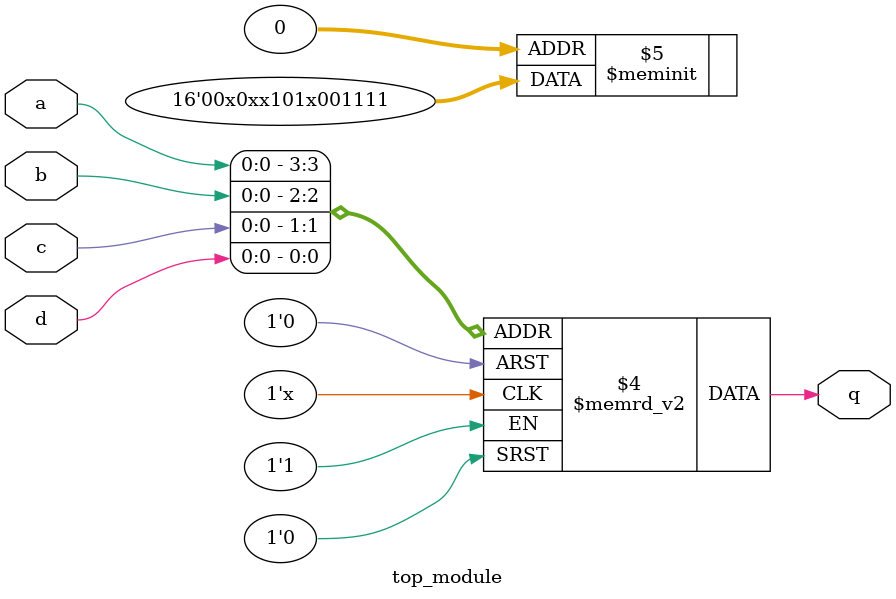
<source format=sv>
module top_module (
    input a, 
    input b, 
    input c, 
    input d,
    output reg q
);

    always @* begin
        case ({a, b, c, d})
            // Cases where q is 1
            4'b0000, 4'b0001, 4'b0010, 4'b0011, 4'b0111, 4'b1001: q = 1;
            // Cases where q is 0
            4'b0100, 4'b0101, 4'b1000, 4'b1100, 4'b1110, 4'b1111: q = 0;
        endcase
    end
  
endmodule

</source>
